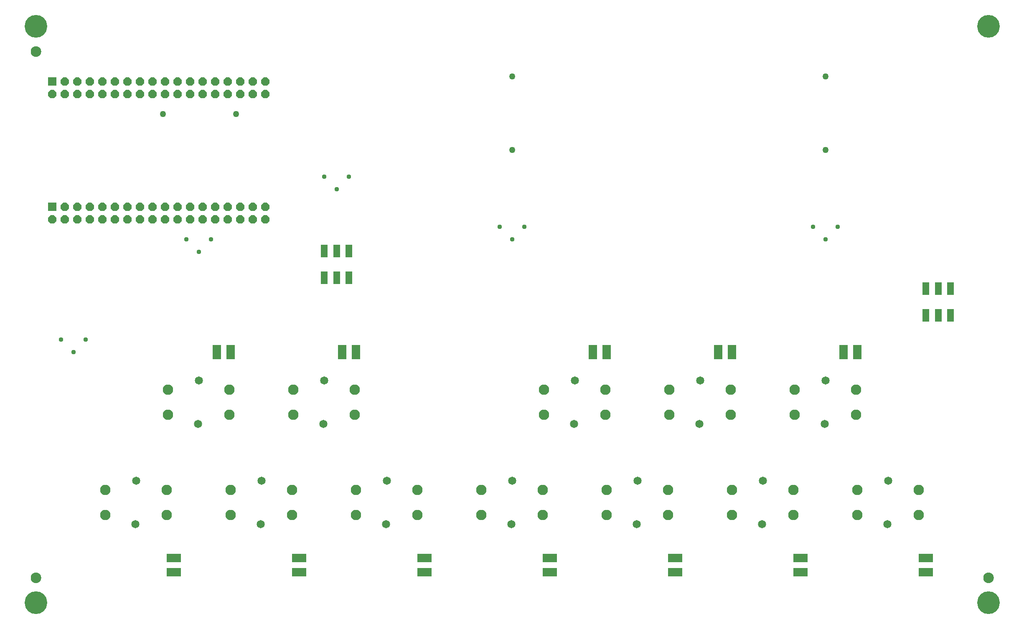
<source format=gbr>
G04 EAGLE Gerber RS-274X export*
G75*
%MOMM*%
%FSLAX34Y34*%
%LPD*%
%INSoldermask Top*%
%IPPOS*%
%AMOC8*
5,1,8,0,0,1.08239X$1,22.5*%
G01*
%ADD10R,1.676400X1.676400*%
%ADD11P,1.814519X8X22.500000*%
%ADD12C,4.597400*%
%ADD13C,0.609600*%
%ADD14C,1.168400*%
%ADD15C,2.112400*%
%ADD16C,1.652400*%
%ADD17R,2.852400X1.752400*%
%ADD18R,1.352400X2.652400*%
%ADD19R,1.752400X2.852400*%
%ADD20C,0.957200*%
%ADD21C,1.272400*%


D10*
X84500Y1107700D03*
D11*
X84500Y1082300D03*
X109900Y1107700D03*
X109900Y1082300D03*
X135300Y1107700D03*
X135300Y1082300D03*
X160700Y1107700D03*
X160700Y1082300D03*
X186100Y1107700D03*
X186100Y1082300D03*
X211500Y1107700D03*
X211500Y1082300D03*
X236900Y1107700D03*
X236900Y1082300D03*
X262300Y1107700D03*
X262300Y1082300D03*
X287700Y1107700D03*
X287700Y1082300D03*
X313100Y1107700D03*
X313100Y1082300D03*
X338500Y1107700D03*
X338500Y1082300D03*
X363900Y1107700D03*
X363900Y1082300D03*
X389300Y1107700D03*
X389300Y1082300D03*
X414700Y1107700D03*
X414700Y1082300D03*
X440100Y1107700D03*
X440100Y1082300D03*
X465500Y1107700D03*
X465500Y1082300D03*
X490900Y1107700D03*
X490900Y1082300D03*
X516300Y1107700D03*
X516300Y1082300D03*
D10*
X84500Y853700D03*
D11*
X84500Y828300D03*
X109900Y853700D03*
X109900Y828300D03*
X135300Y853700D03*
X135300Y828300D03*
X160700Y853700D03*
X160700Y828300D03*
X186100Y853700D03*
X186100Y828300D03*
X211500Y853700D03*
X211500Y828300D03*
X236900Y853700D03*
X236900Y828300D03*
X262300Y853700D03*
X262300Y828300D03*
X287700Y853700D03*
X287700Y828300D03*
X313100Y853700D03*
X313100Y828300D03*
X338500Y853700D03*
X338500Y828300D03*
X363900Y853700D03*
X363900Y828300D03*
X389300Y853700D03*
X389300Y828300D03*
X414700Y853700D03*
X414700Y828300D03*
X440100Y853700D03*
X440100Y828300D03*
X465500Y853700D03*
X465500Y828300D03*
X490900Y853700D03*
X490900Y828300D03*
X516300Y853700D03*
X516300Y828300D03*
D12*
X50800Y50800D03*
X50800Y1219200D03*
X1981200Y50800D03*
X1981200Y1219200D03*
D13*
X43180Y101600D02*
X43182Y101787D01*
X43189Y101974D01*
X43201Y102161D01*
X43217Y102347D01*
X43237Y102533D01*
X43262Y102718D01*
X43292Y102903D01*
X43326Y103087D01*
X43365Y103270D01*
X43408Y103452D01*
X43456Y103632D01*
X43508Y103812D01*
X43565Y103990D01*
X43625Y104167D01*
X43691Y104342D01*
X43760Y104516D01*
X43834Y104688D01*
X43912Y104858D01*
X43994Y105026D01*
X44080Y105192D01*
X44170Y105356D01*
X44264Y105517D01*
X44362Y105677D01*
X44464Y105833D01*
X44570Y105988D01*
X44680Y106139D01*
X44793Y106288D01*
X44910Y106434D01*
X45030Y106577D01*
X45154Y106717D01*
X45281Y106854D01*
X45412Y106988D01*
X45546Y107119D01*
X45683Y107246D01*
X45823Y107370D01*
X45966Y107490D01*
X46112Y107607D01*
X46261Y107720D01*
X46412Y107830D01*
X46567Y107936D01*
X46723Y108038D01*
X46883Y108136D01*
X47044Y108230D01*
X47208Y108320D01*
X47374Y108406D01*
X47542Y108488D01*
X47712Y108566D01*
X47884Y108640D01*
X48058Y108709D01*
X48233Y108775D01*
X48410Y108835D01*
X48588Y108892D01*
X48768Y108944D01*
X48948Y108992D01*
X49130Y109035D01*
X49313Y109074D01*
X49497Y109108D01*
X49682Y109138D01*
X49867Y109163D01*
X50053Y109183D01*
X50239Y109199D01*
X50426Y109211D01*
X50613Y109218D01*
X50800Y109220D01*
X50987Y109218D01*
X51174Y109211D01*
X51361Y109199D01*
X51547Y109183D01*
X51733Y109163D01*
X51918Y109138D01*
X52103Y109108D01*
X52287Y109074D01*
X52470Y109035D01*
X52652Y108992D01*
X52832Y108944D01*
X53012Y108892D01*
X53190Y108835D01*
X53367Y108775D01*
X53542Y108709D01*
X53716Y108640D01*
X53888Y108566D01*
X54058Y108488D01*
X54226Y108406D01*
X54392Y108320D01*
X54556Y108230D01*
X54717Y108136D01*
X54877Y108038D01*
X55033Y107936D01*
X55188Y107830D01*
X55339Y107720D01*
X55488Y107607D01*
X55634Y107490D01*
X55777Y107370D01*
X55917Y107246D01*
X56054Y107119D01*
X56188Y106988D01*
X56319Y106854D01*
X56446Y106717D01*
X56570Y106577D01*
X56690Y106434D01*
X56807Y106288D01*
X56920Y106139D01*
X57030Y105988D01*
X57136Y105833D01*
X57238Y105677D01*
X57336Y105517D01*
X57430Y105356D01*
X57520Y105192D01*
X57606Y105026D01*
X57688Y104858D01*
X57766Y104688D01*
X57840Y104516D01*
X57909Y104342D01*
X57975Y104167D01*
X58035Y103990D01*
X58092Y103812D01*
X58144Y103632D01*
X58192Y103452D01*
X58235Y103270D01*
X58274Y103087D01*
X58308Y102903D01*
X58338Y102718D01*
X58363Y102533D01*
X58383Y102347D01*
X58399Y102161D01*
X58411Y101974D01*
X58418Y101787D01*
X58420Y101600D01*
X58418Y101413D01*
X58411Y101226D01*
X58399Y101039D01*
X58383Y100853D01*
X58363Y100667D01*
X58338Y100482D01*
X58308Y100297D01*
X58274Y100113D01*
X58235Y99930D01*
X58192Y99748D01*
X58144Y99568D01*
X58092Y99388D01*
X58035Y99210D01*
X57975Y99033D01*
X57909Y98858D01*
X57840Y98684D01*
X57766Y98512D01*
X57688Y98342D01*
X57606Y98174D01*
X57520Y98008D01*
X57430Y97844D01*
X57336Y97683D01*
X57238Y97523D01*
X57136Y97367D01*
X57030Y97212D01*
X56920Y97061D01*
X56807Y96912D01*
X56690Y96766D01*
X56570Y96623D01*
X56446Y96483D01*
X56319Y96346D01*
X56188Y96212D01*
X56054Y96081D01*
X55917Y95954D01*
X55777Y95830D01*
X55634Y95710D01*
X55488Y95593D01*
X55339Y95480D01*
X55188Y95370D01*
X55033Y95264D01*
X54877Y95162D01*
X54717Y95064D01*
X54556Y94970D01*
X54392Y94880D01*
X54226Y94794D01*
X54058Y94712D01*
X53888Y94634D01*
X53716Y94560D01*
X53542Y94491D01*
X53367Y94425D01*
X53190Y94365D01*
X53012Y94308D01*
X52832Y94256D01*
X52652Y94208D01*
X52470Y94165D01*
X52287Y94126D01*
X52103Y94092D01*
X51918Y94062D01*
X51733Y94037D01*
X51547Y94017D01*
X51361Y94001D01*
X51174Y93989D01*
X50987Y93982D01*
X50800Y93980D01*
X50613Y93982D01*
X50426Y93989D01*
X50239Y94001D01*
X50053Y94017D01*
X49867Y94037D01*
X49682Y94062D01*
X49497Y94092D01*
X49313Y94126D01*
X49130Y94165D01*
X48948Y94208D01*
X48768Y94256D01*
X48588Y94308D01*
X48410Y94365D01*
X48233Y94425D01*
X48058Y94491D01*
X47884Y94560D01*
X47712Y94634D01*
X47542Y94712D01*
X47374Y94794D01*
X47208Y94880D01*
X47044Y94970D01*
X46883Y95064D01*
X46723Y95162D01*
X46567Y95264D01*
X46412Y95370D01*
X46261Y95480D01*
X46112Y95593D01*
X45966Y95710D01*
X45823Y95830D01*
X45683Y95954D01*
X45546Y96081D01*
X45412Y96212D01*
X45281Y96346D01*
X45154Y96483D01*
X45030Y96623D01*
X44910Y96766D01*
X44793Y96912D01*
X44680Y97061D01*
X44570Y97212D01*
X44464Y97367D01*
X44362Y97523D01*
X44264Y97683D01*
X44170Y97844D01*
X44080Y98008D01*
X43994Y98174D01*
X43912Y98342D01*
X43834Y98512D01*
X43760Y98684D01*
X43691Y98858D01*
X43625Y99033D01*
X43565Y99210D01*
X43508Y99388D01*
X43456Y99568D01*
X43408Y99748D01*
X43365Y99930D01*
X43326Y100113D01*
X43292Y100297D01*
X43262Y100482D01*
X43237Y100667D01*
X43217Y100853D01*
X43201Y101039D01*
X43189Y101226D01*
X43182Y101413D01*
X43180Y101600D01*
D14*
X50800Y101600D03*
D13*
X43180Y1168400D02*
X43182Y1168587D01*
X43189Y1168774D01*
X43201Y1168961D01*
X43217Y1169147D01*
X43237Y1169333D01*
X43262Y1169518D01*
X43292Y1169703D01*
X43326Y1169887D01*
X43365Y1170070D01*
X43408Y1170252D01*
X43456Y1170432D01*
X43508Y1170612D01*
X43565Y1170790D01*
X43625Y1170967D01*
X43691Y1171142D01*
X43760Y1171316D01*
X43834Y1171488D01*
X43912Y1171658D01*
X43994Y1171826D01*
X44080Y1171992D01*
X44170Y1172156D01*
X44264Y1172317D01*
X44362Y1172477D01*
X44464Y1172633D01*
X44570Y1172788D01*
X44680Y1172939D01*
X44793Y1173088D01*
X44910Y1173234D01*
X45030Y1173377D01*
X45154Y1173517D01*
X45281Y1173654D01*
X45412Y1173788D01*
X45546Y1173919D01*
X45683Y1174046D01*
X45823Y1174170D01*
X45966Y1174290D01*
X46112Y1174407D01*
X46261Y1174520D01*
X46412Y1174630D01*
X46567Y1174736D01*
X46723Y1174838D01*
X46883Y1174936D01*
X47044Y1175030D01*
X47208Y1175120D01*
X47374Y1175206D01*
X47542Y1175288D01*
X47712Y1175366D01*
X47884Y1175440D01*
X48058Y1175509D01*
X48233Y1175575D01*
X48410Y1175635D01*
X48588Y1175692D01*
X48768Y1175744D01*
X48948Y1175792D01*
X49130Y1175835D01*
X49313Y1175874D01*
X49497Y1175908D01*
X49682Y1175938D01*
X49867Y1175963D01*
X50053Y1175983D01*
X50239Y1175999D01*
X50426Y1176011D01*
X50613Y1176018D01*
X50800Y1176020D01*
X50987Y1176018D01*
X51174Y1176011D01*
X51361Y1175999D01*
X51547Y1175983D01*
X51733Y1175963D01*
X51918Y1175938D01*
X52103Y1175908D01*
X52287Y1175874D01*
X52470Y1175835D01*
X52652Y1175792D01*
X52832Y1175744D01*
X53012Y1175692D01*
X53190Y1175635D01*
X53367Y1175575D01*
X53542Y1175509D01*
X53716Y1175440D01*
X53888Y1175366D01*
X54058Y1175288D01*
X54226Y1175206D01*
X54392Y1175120D01*
X54556Y1175030D01*
X54717Y1174936D01*
X54877Y1174838D01*
X55033Y1174736D01*
X55188Y1174630D01*
X55339Y1174520D01*
X55488Y1174407D01*
X55634Y1174290D01*
X55777Y1174170D01*
X55917Y1174046D01*
X56054Y1173919D01*
X56188Y1173788D01*
X56319Y1173654D01*
X56446Y1173517D01*
X56570Y1173377D01*
X56690Y1173234D01*
X56807Y1173088D01*
X56920Y1172939D01*
X57030Y1172788D01*
X57136Y1172633D01*
X57238Y1172477D01*
X57336Y1172317D01*
X57430Y1172156D01*
X57520Y1171992D01*
X57606Y1171826D01*
X57688Y1171658D01*
X57766Y1171488D01*
X57840Y1171316D01*
X57909Y1171142D01*
X57975Y1170967D01*
X58035Y1170790D01*
X58092Y1170612D01*
X58144Y1170432D01*
X58192Y1170252D01*
X58235Y1170070D01*
X58274Y1169887D01*
X58308Y1169703D01*
X58338Y1169518D01*
X58363Y1169333D01*
X58383Y1169147D01*
X58399Y1168961D01*
X58411Y1168774D01*
X58418Y1168587D01*
X58420Y1168400D01*
X58418Y1168213D01*
X58411Y1168026D01*
X58399Y1167839D01*
X58383Y1167653D01*
X58363Y1167467D01*
X58338Y1167282D01*
X58308Y1167097D01*
X58274Y1166913D01*
X58235Y1166730D01*
X58192Y1166548D01*
X58144Y1166368D01*
X58092Y1166188D01*
X58035Y1166010D01*
X57975Y1165833D01*
X57909Y1165658D01*
X57840Y1165484D01*
X57766Y1165312D01*
X57688Y1165142D01*
X57606Y1164974D01*
X57520Y1164808D01*
X57430Y1164644D01*
X57336Y1164483D01*
X57238Y1164323D01*
X57136Y1164167D01*
X57030Y1164012D01*
X56920Y1163861D01*
X56807Y1163712D01*
X56690Y1163566D01*
X56570Y1163423D01*
X56446Y1163283D01*
X56319Y1163146D01*
X56188Y1163012D01*
X56054Y1162881D01*
X55917Y1162754D01*
X55777Y1162630D01*
X55634Y1162510D01*
X55488Y1162393D01*
X55339Y1162280D01*
X55188Y1162170D01*
X55033Y1162064D01*
X54877Y1161962D01*
X54717Y1161864D01*
X54556Y1161770D01*
X54392Y1161680D01*
X54226Y1161594D01*
X54058Y1161512D01*
X53888Y1161434D01*
X53716Y1161360D01*
X53542Y1161291D01*
X53367Y1161225D01*
X53190Y1161165D01*
X53012Y1161108D01*
X52832Y1161056D01*
X52652Y1161008D01*
X52470Y1160965D01*
X52287Y1160926D01*
X52103Y1160892D01*
X51918Y1160862D01*
X51733Y1160837D01*
X51547Y1160817D01*
X51361Y1160801D01*
X51174Y1160789D01*
X50987Y1160782D01*
X50800Y1160780D01*
X50613Y1160782D01*
X50426Y1160789D01*
X50239Y1160801D01*
X50053Y1160817D01*
X49867Y1160837D01*
X49682Y1160862D01*
X49497Y1160892D01*
X49313Y1160926D01*
X49130Y1160965D01*
X48948Y1161008D01*
X48768Y1161056D01*
X48588Y1161108D01*
X48410Y1161165D01*
X48233Y1161225D01*
X48058Y1161291D01*
X47884Y1161360D01*
X47712Y1161434D01*
X47542Y1161512D01*
X47374Y1161594D01*
X47208Y1161680D01*
X47044Y1161770D01*
X46883Y1161864D01*
X46723Y1161962D01*
X46567Y1162064D01*
X46412Y1162170D01*
X46261Y1162280D01*
X46112Y1162393D01*
X45966Y1162510D01*
X45823Y1162630D01*
X45683Y1162754D01*
X45546Y1162881D01*
X45412Y1163012D01*
X45281Y1163146D01*
X45154Y1163283D01*
X45030Y1163423D01*
X44910Y1163566D01*
X44793Y1163712D01*
X44680Y1163861D01*
X44570Y1164012D01*
X44464Y1164167D01*
X44362Y1164323D01*
X44264Y1164483D01*
X44170Y1164644D01*
X44080Y1164808D01*
X43994Y1164974D01*
X43912Y1165142D01*
X43834Y1165312D01*
X43760Y1165484D01*
X43691Y1165658D01*
X43625Y1165833D01*
X43565Y1166010D01*
X43508Y1166188D01*
X43456Y1166368D01*
X43408Y1166548D01*
X43365Y1166730D01*
X43326Y1166913D01*
X43292Y1167097D01*
X43262Y1167282D01*
X43237Y1167467D01*
X43217Y1167653D01*
X43201Y1167839D01*
X43189Y1168026D01*
X43182Y1168213D01*
X43180Y1168400D01*
D14*
X50800Y1168400D03*
D13*
X1973580Y101600D02*
X1973582Y101787D01*
X1973589Y101974D01*
X1973601Y102161D01*
X1973617Y102347D01*
X1973637Y102533D01*
X1973662Y102718D01*
X1973692Y102903D01*
X1973726Y103087D01*
X1973765Y103270D01*
X1973808Y103452D01*
X1973856Y103632D01*
X1973908Y103812D01*
X1973965Y103990D01*
X1974025Y104167D01*
X1974091Y104342D01*
X1974160Y104516D01*
X1974234Y104688D01*
X1974312Y104858D01*
X1974394Y105026D01*
X1974480Y105192D01*
X1974570Y105356D01*
X1974664Y105517D01*
X1974762Y105677D01*
X1974864Y105833D01*
X1974970Y105988D01*
X1975080Y106139D01*
X1975193Y106288D01*
X1975310Y106434D01*
X1975430Y106577D01*
X1975554Y106717D01*
X1975681Y106854D01*
X1975812Y106988D01*
X1975946Y107119D01*
X1976083Y107246D01*
X1976223Y107370D01*
X1976366Y107490D01*
X1976512Y107607D01*
X1976661Y107720D01*
X1976812Y107830D01*
X1976967Y107936D01*
X1977123Y108038D01*
X1977283Y108136D01*
X1977444Y108230D01*
X1977608Y108320D01*
X1977774Y108406D01*
X1977942Y108488D01*
X1978112Y108566D01*
X1978284Y108640D01*
X1978458Y108709D01*
X1978633Y108775D01*
X1978810Y108835D01*
X1978988Y108892D01*
X1979168Y108944D01*
X1979348Y108992D01*
X1979530Y109035D01*
X1979713Y109074D01*
X1979897Y109108D01*
X1980082Y109138D01*
X1980267Y109163D01*
X1980453Y109183D01*
X1980639Y109199D01*
X1980826Y109211D01*
X1981013Y109218D01*
X1981200Y109220D01*
X1981387Y109218D01*
X1981574Y109211D01*
X1981761Y109199D01*
X1981947Y109183D01*
X1982133Y109163D01*
X1982318Y109138D01*
X1982503Y109108D01*
X1982687Y109074D01*
X1982870Y109035D01*
X1983052Y108992D01*
X1983232Y108944D01*
X1983412Y108892D01*
X1983590Y108835D01*
X1983767Y108775D01*
X1983942Y108709D01*
X1984116Y108640D01*
X1984288Y108566D01*
X1984458Y108488D01*
X1984626Y108406D01*
X1984792Y108320D01*
X1984956Y108230D01*
X1985117Y108136D01*
X1985277Y108038D01*
X1985433Y107936D01*
X1985588Y107830D01*
X1985739Y107720D01*
X1985888Y107607D01*
X1986034Y107490D01*
X1986177Y107370D01*
X1986317Y107246D01*
X1986454Y107119D01*
X1986588Y106988D01*
X1986719Y106854D01*
X1986846Y106717D01*
X1986970Y106577D01*
X1987090Y106434D01*
X1987207Y106288D01*
X1987320Y106139D01*
X1987430Y105988D01*
X1987536Y105833D01*
X1987638Y105677D01*
X1987736Y105517D01*
X1987830Y105356D01*
X1987920Y105192D01*
X1988006Y105026D01*
X1988088Y104858D01*
X1988166Y104688D01*
X1988240Y104516D01*
X1988309Y104342D01*
X1988375Y104167D01*
X1988435Y103990D01*
X1988492Y103812D01*
X1988544Y103632D01*
X1988592Y103452D01*
X1988635Y103270D01*
X1988674Y103087D01*
X1988708Y102903D01*
X1988738Y102718D01*
X1988763Y102533D01*
X1988783Y102347D01*
X1988799Y102161D01*
X1988811Y101974D01*
X1988818Y101787D01*
X1988820Y101600D01*
X1988818Y101413D01*
X1988811Y101226D01*
X1988799Y101039D01*
X1988783Y100853D01*
X1988763Y100667D01*
X1988738Y100482D01*
X1988708Y100297D01*
X1988674Y100113D01*
X1988635Y99930D01*
X1988592Y99748D01*
X1988544Y99568D01*
X1988492Y99388D01*
X1988435Y99210D01*
X1988375Y99033D01*
X1988309Y98858D01*
X1988240Y98684D01*
X1988166Y98512D01*
X1988088Y98342D01*
X1988006Y98174D01*
X1987920Y98008D01*
X1987830Y97844D01*
X1987736Y97683D01*
X1987638Y97523D01*
X1987536Y97367D01*
X1987430Y97212D01*
X1987320Y97061D01*
X1987207Y96912D01*
X1987090Y96766D01*
X1986970Y96623D01*
X1986846Y96483D01*
X1986719Y96346D01*
X1986588Y96212D01*
X1986454Y96081D01*
X1986317Y95954D01*
X1986177Y95830D01*
X1986034Y95710D01*
X1985888Y95593D01*
X1985739Y95480D01*
X1985588Y95370D01*
X1985433Y95264D01*
X1985277Y95162D01*
X1985117Y95064D01*
X1984956Y94970D01*
X1984792Y94880D01*
X1984626Y94794D01*
X1984458Y94712D01*
X1984288Y94634D01*
X1984116Y94560D01*
X1983942Y94491D01*
X1983767Y94425D01*
X1983590Y94365D01*
X1983412Y94308D01*
X1983232Y94256D01*
X1983052Y94208D01*
X1982870Y94165D01*
X1982687Y94126D01*
X1982503Y94092D01*
X1982318Y94062D01*
X1982133Y94037D01*
X1981947Y94017D01*
X1981761Y94001D01*
X1981574Y93989D01*
X1981387Y93982D01*
X1981200Y93980D01*
X1981013Y93982D01*
X1980826Y93989D01*
X1980639Y94001D01*
X1980453Y94017D01*
X1980267Y94037D01*
X1980082Y94062D01*
X1979897Y94092D01*
X1979713Y94126D01*
X1979530Y94165D01*
X1979348Y94208D01*
X1979168Y94256D01*
X1978988Y94308D01*
X1978810Y94365D01*
X1978633Y94425D01*
X1978458Y94491D01*
X1978284Y94560D01*
X1978112Y94634D01*
X1977942Y94712D01*
X1977774Y94794D01*
X1977608Y94880D01*
X1977444Y94970D01*
X1977283Y95064D01*
X1977123Y95162D01*
X1976967Y95264D01*
X1976812Y95370D01*
X1976661Y95480D01*
X1976512Y95593D01*
X1976366Y95710D01*
X1976223Y95830D01*
X1976083Y95954D01*
X1975946Y96081D01*
X1975812Y96212D01*
X1975681Y96346D01*
X1975554Y96483D01*
X1975430Y96623D01*
X1975310Y96766D01*
X1975193Y96912D01*
X1975080Y97061D01*
X1974970Y97212D01*
X1974864Y97367D01*
X1974762Y97523D01*
X1974664Y97683D01*
X1974570Y97844D01*
X1974480Y98008D01*
X1974394Y98174D01*
X1974312Y98342D01*
X1974234Y98512D01*
X1974160Y98684D01*
X1974091Y98858D01*
X1974025Y99033D01*
X1973965Y99210D01*
X1973908Y99388D01*
X1973856Y99568D01*
X1973808Y99748D01*
X1973765Y99930D01*
X1973726Y100113D01*
X1973692Y100297D01*
X1973662Y100482D01*
X1973637Y100667D01*
X1973617Y100853D01*
X1973601Y101039D01*
X1973589Y101226D01*
X1973582Y101413D01*
X1973580Y101600D01*
D14*
X1981200Y101600D03*
D15*
X316500Y279000D03*
X316500Y229000D03*
X191500Y229000D03*
X191500Y279000D03*
D16*
X254000Y297750D03*
X252750Y210250D03*
D15*
X443500Y482200D03*
X443500Y432200D03*
X318500Y432200D03*
X318500Y482200D03*
D16*
X381000Y500950D03*
X379750Y413450D03*
D17*
X330200Y113000D03*
X330200Y141000D03*
D15*
X570500Y279000D03*
X570500Y229000D03*
X445500Y229000D03*
X445500Y279000D03*
D16*
X508000Y297750D03*
X506750Y210250D03*
D15*
X697500Y482200D03*
X697500Y432200D03*
X572500Y432200D03*
X572500Y482200D03*
D16*
X635000Y500950D03*
X633750Y413450D03*
D17*
X584200Y113000D03*
X584200Y141000D03*
D15*
X824500Y279000D03*
X824500Y229000D03*
X699500Y229000D03*
X699500Y279000D03*
D16*
X762000Y297750D03*
X760750Y210250D03*
D17*
X838200Y113000D03*
X838200Y141000D03*
D15*
X1078500Y279000D03*
X1078500Y229000D03*
X953500Y229000D03*
X953500Y279000D03*
D16*
X1016000Y297750D03*
X1014750Y210250D03*
D15*
X1205500Y482200D03*
X1205500Y432200D03*
X1080500Y432200D03*
X1080500Y482200D03*
D16*
X1143000Y500950D03*
X1141750Y413450D03*
D17*
X1092200Y113000D03*
X1092200Y141000D03*
D15*
X1332500Y279000D03*
X1332500Y229000D03*
X1207500Y229000D03*
X1207500Y279000D03*
D16*
X1270000Y297750D03*
X1268750Y210250D03*
D15*
X1459500Y482200D03*
X1459500Y432200D03*
X1334500Y432200D03*
X1334500Y482200D03*
D16*
X1397000Y500950D03*
X1395750Y413450D03*
D17*
X1346200Y113000D03*
X1346200Y141000D03*
D15*
X1586500Y279000D03*
X1586500Y229000D03*
X1461500Y229000D03*
X1461500Y279000D03*
D16*
X1524000Y297750D03*
X1522750Y210250D03*
D15*
X1713500Y482200D03*
X1713500Y432200D03*
X1588500Y432200D03*
X1588500Y482200D03*
D16*
X1651000Y500950D03*
X1649750Y413450D03*
D17*
X1600200Y113000D03*
X1600200Y141000D03*
D15*
X1840500Y279000D03*
X1840500Y229000D03*
X1715500Y229000D03*
X1715500Y279000D03*
D16*
X1778000Y297750D03*
X1776750Y210250D03*
D17*
X1854200Y113000D03*
X1854200Y141000D03*
D18*
X1904600Y687900D03*
X1879600Y687900D03*
X1854600Y687900D03*
X1904600Y632900D03*
X1879600Y632900D03*
X1854600Y632900D03*
X635400Y709100D03*
X660400Y709100D03*
X685400Y709100D03*
X635400Y764100D03*
X660400Y764100D03*
X685400Y764100D03*
D19*
X1687800Y558800D03*
X1715800Y558800D03*
X1433800Y558800D03*
X1461800Y558800D03*
X1179800Y558800D03*
X1207800Y558800D03*
X671800Y558800D03*
X699800Y558800D03*
X417800Y558800D03*
X445800Y558800D03*
D20*
X991000Y812800D03*
X1041000Y812800D03*
X1016000Y787800D03*
X1626000Y812800D03*
X1676000Y812800D03*
X1651000Y787800D03*
X102000Y584200D03*
X152000Y584200D03*
X127000Y559200D03*
X635400Y914400D03*
X685400Y914400D03*
X660400Y889400D03*
X356000Y787400D03*
X406000Y787400D03*
X381000Y762400D03*
D21*
X456800Y1041400D03*
X308500Y1041400D03*
X1651000Y1117200D03*
X1651000Y968900D03*
X1016000Y1117200D03*
X1016000Y968900D03*
M02*

</source>
